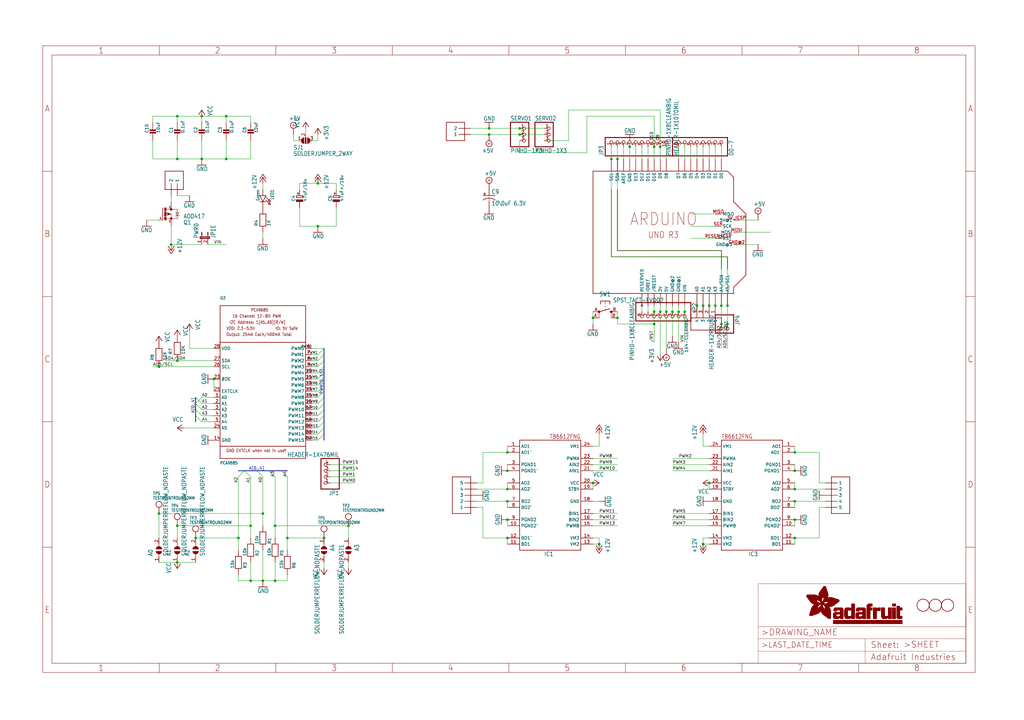
<source format=kicad_sch>
(kicad_sch (version 20211123) (generator eeschema)
  (paper "User" 425.45 299.161)
  (lib_symbols
    (symbol "eagleSchem-eagle-import:+12V" (power)
      (property "Value" "+12V" (at -2.54 -5.08 90))
      (symbol "+12V_1_0"
        (pin power_in line (at 0 -2.54 90) (length 2.54) (name "+12V") (number "1"))
      )
    )
    (symbol "eagleSchem-eagle-import:+3V3" (power)
      (property "Value" "+3V3" (at -2.54 -5.08 90))
      (symbol "+3V3_1_0"
        (pin power_in line (at 0 -2.54 90) (length 2.54) (name "+3V3") (number "1"))
      )
    )
    (symbol "eagleSchem-eagle-import:+5V" (power)
      (property "Value" "+5V" (at -1.905 3.175 0))
      (symbol "+5V_1_0"
        (pin power_in line (at 0 -2.54 90) (length 2.54) (name "+5V") (number "1"))
      )
    )
    (symbol "eagleSchem-eagle-import:1X2-3.5MM"
      (symbol "1X2-3.5MM_1_0"
        (pin passive line (at -5.08 2.54 0) (length 5.08) (name "1") (number "1"))
        (pin passive line (at -5.08 0 0) (length 5.08) (name "2") (number "2"))
      )
    )
    (symbol "eagleSchem-eagle-import:1X4-CLEANBIG"
      (property "Reference" "CN" (at 5.08 7.62 0))
      (property "Value" "1X4-CLEANBIG" (at 0 -10.16 0))
      (symbol "1X4-CLEANBIG_1_0"
        (pin bidirectional line (at -5.08 2.54 0) (length 5.08) (name "1") (number "1"))
        (pin bidirectional line (at -5.08 0 0) (length 5.08) (name "2") (number "2"))
        (pin bidirectional line (at -5.08 -2.54 0) (length 5.08) (name "3") (number "3"))
        (pin bidirectional line (at -5.08 -5.08 0) (length 5.08) (name "4") (number "4"))
      )
    )
    (symbol "eagleSchem-eagle-import:1X5"
      (symbol "1X5_1_0"
        (pin passive line (at -7.62 5.08 0) (length 5.08) (name "1") (number "1"))
        (pin passive line (at -7.62 2.54 0) (length 5.08) (name "2") (number "2"))
        (pin passive line (at -7.62 0 0) (length 5.08) (name "3") (number "3"))
        (pin passive line (at -7.62 -2.54 0) (length 5.08) (name "4") (number "4"))
        (pin passive line (at -7.62 -5.08 0) (length 5.08) (name "5") (number "5"))
      )
    )
    (symbol "eagleSchem-eagle-import:ARDUINO_R3_ICSP"
      (symbol "ARDUINO_R3_ICSP_1_0"
        (text "ARDUINO" (at 15.24 27.94 0) (effects (font (size 5.08 4.318)) (justify left bottom)))
        (text "UNO R3" (at 22.86 22.86 0) (effects (font (size 2.54 2.159)) (justify left bottom)))
        (pin power_in line (at 27.94 -5.08 90) (length 5.08) (name "3V") (number "3V"))
        (pin power_in line (at 30.48 -5.08 90) (length 5.08) (name "5V") (number "5V"))
        (pin passive line (at 60.96 30.48 180) (length 2.54) (name "5V@1") (number "5V_ICSP"))
        (pin bidirectional line (at 43.18 -5.08 90) (length 5.08) (name "A0") (number "A0"))
        (pin bidirectional line (at 45.72 -5.08 90) (length 5.08) (name "A1") (number "A1"))
        (pin bidirectional line (at 48.26 -5.08 90) (length 5.08) (name "A2") (number "A2"))
        (pin bidirectional line (at 50.8 -5.08 90) (length 5.08) (name "A3") (number "A3"))
        (pin bidirectional line (at 53.34 -5.08 90) (length 5.08) (name "A4/SDA") (number "A4"))
        (pin bidirectional line (at 55.88 -5.08 90) (length 5.08) (name "A5/SCL") (number "A5"))
        (pin bidirectional line (at 12.7 55.88 270) (length 5.08) (name "AREF") (number "AREF"))
        (pin bidirectional line (at 53.34 55.88 270) (length 5.08) (name "D0") (number "D0"))
        (pin bidirectional line (at 50.8 55.88 270) (length 5.08) (name "D1") (number "D1"))
        (pin bidirectional line (at 25.4 55.88 270) (length 5.08) (name "D10") (number "D10"))
        (pin bidirectional line (at 22.86 55.88 270) (length 5.08) (name "D11") (number "D11"))
        (pin bidirectional line (at 20.32 55.88 270) (length 5.08) (name "D12") (number "D12"))
        (pin bidirectional line (at 17.78 55.88 270) (length 5.08) (name "D13") (number "D13"))
        (pin bidirectional line (at 48.26 55.88 270) (length 5.08) (name "D2") (number "D2"))
        (pin bidirectional line (at 45.72 55.88 270) (length 5.08) (name "D3") (number "D3"))
        (pin bidirectional line (at 43.18 55.88 270) (length 5.08) (name "D4") (number "D4"))
        (pin bidirectional line (at 40.64 55.88 270) (length 5.08) (name "D5") (number "D5"))
        (pin bidirectional line (at 38.1 55.88 270) (length 5.08) (name "D6") (number "D6"))
        (pin bidirectional line (at 35.56 55.88 270) (length 5.08) (name "D7") (number "D7"))
        (pin bidirectional line (at 30.48 55.88 270) (length 5.08) (name "D8") (number "D8"))
        (pin bidirectional line (at 27.94 55.88 270) (length 5.08) (name "D9") (number "D9"))
        (pin power_in line (at 15.24 55.88 270) (length 5.08) (name "GND") (number "GND"))
        (pin power_in line (at 33.02 -5.08 90) (length 5.08) (name "GND@2") (number "GND@1"))
        (pin passive line (at 60.96 20.32 180) (length 2.54) (name "GND@3") (number "GND@2"))
        (pin power_in line (at 35.56 -5.08 90) (length 5.08) (name "GND@1") (number "GND@3"))
        (pin output line (at 22.86 -5.08 90) (length 5.08) (name "IOREF") (number "IOREF"))
        (pin passive line (at 50.8 33.02 0) (length 2.54) (name "MISO") (number "MISO"))
        (pin passive line (at 60.96 25.4 180) (length 2.54) (name "MOSI") (number "MOSI"))
        (pin no_connect line (at 20.32 -5.08 90) (length 5.08) (name "RESERVED") (number "RESERVED"))
        (pin bidirectional line (at 25.4 -5.08 90) (length 5.08) (name "/RESET") (number "RESET"))
        (pin passive line (at 50.8 22.86 0) (length 2.54) (name "RST") (number "RESET_ICSP"))
        (pin passive line (at 50.8 27.94 0) (length 2.54) (name "SCK") (number "SCK"))
        (pin bidirectional line (at 7.62 55.88 270) (length 5.08) (name "SCL") (number "SCL"))
        (pin bidirectional line (at 10.16 55.88 270) (length 5.08) (name "SDA") (number "SDA"))
        (pin power_in line (at 38.1 -5.08 90) (length 5.08) (name "VIN") (number "VIN"))
      )
    )
    (symbol "eagleSchem-eagle-import:CAP_CERAMIC0805-NOOUTLINE"
      (property "Reference" "C" (at -1.79 0.54 90))
      (property "Value" "CAP_CERAMIC0805-NOOUTLINE" (at 3 0.54 90))
      (symbol "CAP_CERAMIC0805-NOOUTLINE_1_0"
        (pin passive line (at 0 5.08 270) (length 2.54) (name "1") (number "1"))
        (pin passive line (at 0 -2.54 90) (length 2.54) (name "2") (number "2"))
      )
    )
    (symbol "eagleSchem-eagle-import:CAP_ELECTROLYTICPANASONIC_C"
      (property "Reference" "C" (at -1.79 0.04 90))
      (property "Value" "CAP_ELECTROLYTICPANASONIC_C" (at 3 0.04 90))
      (symbol "CAP_ELECTROLYTICPANASONIC_C_1_0"
        (pin passive line (at 0 5.08 270) (length 2.54) (name "+") (number "+"))
        (pin passive line (at 0 -2.54 90) (length 2.54) (name "-") (number "-"))
      )
    )
    (symbol "eagleSchem-eagle-import:CPOL-USC"
      (property "Reference" "C" (at 1.016 0.635 0))
      (property "Value" "CPOL-USC" (at 1.016 -4.191 0))
      (symbol "CPOL-USC_1_0"
        (pin passive line (at 0 2.54 270) (length 2.54) (name "+") (number "+"))
        (pin passive line (at 0 -5.08 90) (length 2.54) (name "-") (number "-"))
      )
    )
    (symbol "eagleSchem-eagle-import:FIDUCIAL")
    (symbol "eagleSchem-eagle-import:FRAME_A3_ADAFRUIT"
      (symbol "FRAME_A3_ADAFRUIT_0_0"
        (text "1" (at 24.2094 1.905 0) (effects (font (size 2.54 2.286))))
        (text "1" (at 24.2094 258.445 0) (effects (font (size 2.54 2.286))))
        (text "2" (at 72.6281 1.905 0) (effects (font (size 2.54 2.286))))
        (text "2" (at 72.6281 258.445 0) (effects (font (size 2.54 2.286))))
        (text "3" (at 121.0469 1.905 0) (effects (font (size 2.54 2.286))))
        (text "3" (at 121.0469 258.445 0) (effects (font (size 2.54 2.286))))
        (text "4" (at 169.4656 1.905 0) (effects (font (size 2.54 2.286))))
        (text "4" (at 169.4656 258.445 0) (effects (font (size 2.54 2.286))))
        (text "5" (at 217.8844 1.905 0) (effects (font (size 2.54 2.286))))
        (text "5" (at 217.8844 258.445 0) (effects (font (size 2.54 2.286))))
        (text "6" (at 266.3031 1.905 0) (effects (font (size 2.54 2.286))))
        (text "6" (at 266.3031 258.445 0) (effects (font (size 2.54 2.286))))
        (text "7" (at 314.7219 1.905 0) (effects (font (size 2.54 2.286))))
        (text "7" (at 314.7219 258.445 0) (effects (font (size 2.54 2.286))))
        (text "8" (at 363.1406 1.905 0) (effects (font (size 2.54 2.286))))
        (text "8" (at 363.1406 258.445 0) (effects (font (size 2.54 2.286))))
        (text "A" (at 1.905 234.315 0) (effects (font (size 2.54 2.286))))
        (text "A" (at 385.445 234.315 0) (effects (font (size 2.54 2.286))))
        (text "B" (at 1.905 182.245 0) (effects (font (size 2.54 2.286))))
        (text "B" (at 385.445 182.245 0) (effects (font (size 2.54 2.286))))
        (text "C" (at 1.905 130.175 0) (effects (font (size 2.54 2.286))))
        (text "C" (at 385.445 130.175 0) (effects (font (size 2.54 2.286))))
        (text "D" (at 1.905 78.105 0) (effects (font (size 2.54 2.286))))
        (text "D" (at 385.445 78.105 0) (effects (font (size 2.54 2.286))))
        (text "E" (at 1.905 26.035 0) (effects (font (size 2.54 2.286))))
        (text "E" (at 385.445 26.035 0) (effects (font (size 2.54 2.286))))
      )
      (symbol "FRAME_A3_ADAFRUIT_1_0"
        (text ">DRAWING_NAME" (at 298.45 15.24 0) (effects (font (size 2.54 2.54)) (justify left bottom)))
        (text ">LAST_DATE_TIME" (at 298.45 10.16 0) (effects (font (size 2.286 2.286)) (justify left bottom)))
        (text ">SHEET" (at 357.505 10.16 0) (effects (font (size 2.54 2.54)) (justify left bottom)))
        (text "Adafruit Industries" (at 343.916 4.953 0) (effects (font (size 2.54 2.54)) (justify left bottom)))
        (text "Sheet:" (at 343.916 10.033 0) (effects (font (size 2.54 2.54)) (justify left bottom)))
      )
    )
    (symbol "eagleSchem-eagle-import:GND" (power)
      (property "Value" "GND" (at -2.54 -2.54 0))
      (symbol "GND_1_0"
        (pin power_in line (at 0 2.54 270) (length 2.54) (name "GND") (number "1"))
      )
    )
    (symbol "eagleSchem-eagle-import:HEADER-1X1070MIL"
      (property "Reference" "JP" (at -6.35 13.335 0))
      (property "Value" "HEADER-1X1070MIL" (at -6.35 -17.78 0))
      (symbol "HEADER-1X1070MIL_1_0"
        (pin passive inverted (at -2.54 10.16 0) (length 2.54) (name "1") (number "1"))
        (pin passive inverted (at -2.54 -12.7 0) (length 2.54) (name "10") (number "10"))
        (pin passive inverted (at -2.54 7.62 0) (length 2.54) (name "2") (number "2"))
        (pin passive inverted (at -2.54 5.08 0) (length 2.54) (name "3") (number "3"))
        (pin passive inverted (at -2.54 2.54 0) (length 2.54) (name "4") (number "4"))
        (pin passive inverted (at -2.54 0 0) (length 2.54) (name "5") (number "5"))
        (pin passive inverted (at -2.54 -2.54 0) (length 2.54) (name "6") (number "6"))
        (pin passive inverted (at -2.54 -5.08 0) (length 2.54) (name "7") (number "7"))
        (pin passive inverted (at -2.54 -7.62 0) (length 2.54) (name "8") (number "8"))
        (pin passive inverted (at -2.54 -10.16 0) (length 2.54) (name "9") (number "9"))
      )
    )
    (symbol "eagleSchem-eagle-import:HEADER-1X2ROUND"
      (property "Reference" "JP" (at -6.35 5.715 0))
      (property "Value" "HEADER-1X2ROUND" (at -6.35 -5.08 0))
      (symbol "HEADER-1X2ROUND_1_0"
        (pin passive inverted (at -2.54 2.54 0) (length 2.54) (name "1") (number "1"))
        (pin passive inverted (at -2.54 0 0) (length 2.54) (name "2") (number "2"))
      )
    )
    (symbol "eagleSchem-eagle-import:HEADER-1X476MIL"
      (property "Reference" "JP" (at -6.35 8.255 0))
      (property "Value" "HEADER-1X476MIL" (at -6.35 -7.62 0))
      (symbol "HEADER-1X476MIL_1_0"
        (pin passive inverted (at -2.54 5.08 0) (length 2.54) (name "1") (number "1"))
        (pin passive inverted (at -2.54 2.54 0) (length 2.54) (name "2") (number "2"))
        (pin passive inverted (at -2.54 0 0) (length 2.54) (name "3") (number "3"))
        (pin passive inverted (at -2.54 -2.54 0) (length 2.54) (name "4") (number "4"))
      )
    )
    (symbol "eagleSchem-eagle-import:IRF?5305R"
      (property "Reference" "Q" (at 7.62 2.54 0))
      (property "Value" "IRF?5305R" (at 7.62 0 0))
      (symbol "IRF?5305R_1_0"
        (text "D" (at 1.524 -3.302 0) (effects (font (size 0.8128 0.6908)) (justify left bottom)))
        (text "G" (at -2.286 1.27 0) (effects (font (size 0.8128 0.6908)) (justify left bottom)))
        (text "S" (at 1.524 2.54 0) (effects (font (size 0.8128 0.6908)) (justify left bottom)))
        (pin passive line (at -2.54 2.54 0) (length 0) (name "G") (number "1"))
        (pin passive line (at 2.54 5.08 270) (length 2.54) (name "S") (number "3"))
        (pin passive line (at 2.54 -5.08 90) (length 2.54) (name "D") (number "4"))
      )
    )
    (symbol "eagleSchem-eagle-import:JP1E"
      (property "Reference" "JP" (at -1.27 0 90))
      (property "Value" "JP1E" (at 5.715 0 90))
      (symbol "JP1E_1_0"
        (pin passive line (at 0 -2.54 90) (length 2.54) (name "1") (number "1"))
        (pin passive line (at 2.54 -2.54 90) (length 2.54) (name "2") (number "2"))
      )
    )
    (symbol "eagleSchem-eagle-import:LED0805_NOOUTLINE"
      (property "Reference" "LED" (at -5.08 3.175 0))
      (property "Value" "LED0805_NOOUTLINE" (at -5.08 -2.794 0))
      (symbol "LED0805_NOOUTLINE_1_0"
        (pin passive line (at -5.08 0 0) (length 2.54) (name "A") (number "A"))
        (pin passive line (at 2.54 0 180) (length 2.54) (name "C") (number "C"))
      )
    )
    (symbol "eagleSchem-eagle-import:PCA9685"
      (property "Reference" "U" (at -17.78 35.56 0))
      (property "Value" "PCA9685" (at -17.78 -33.02 0))
      (symbol "PCA9685_1_0"
        (text "16 Channel 12-Bit PWM" (at -12.7 27.94 0) (effects (font (size 1.27 1.0795)) (justify left bottom)))
        (text "GND EXTCLK when not in use!" (at -15.24 -27.94 0) (effects (font (size 1.27 1.0795)) (justify left bottom)))
        (text "I2C Address: 1[A5..A0][R/W]" (at -13.97 25.4 0) (effects (font (size 1.27 1.0795)) (justify left bottom)))
        (text "IO: 5V Safe" (at 5.08 22.86 0) (effects (font (size 1.27 1.0795)) (justify left bottom)))
        (text "Output: 25mA Each/400mA Total" (at -15.24 20.32 0) (effects (font (size 1.27 1.0795)) (justify left bottom)))
        (text "PCA9685" (at -5.08 30.48 0) (effects (font (size 1.27 1.0795)) (justify left bottom)))
        (text "VDD: 2.3-5.5V" (at -15.24 22.86 0) (effects (font (size 1.27 1.0795)) (justify left bottom)))
        (pin bidirectional line (at -20.32 -5.08 0) (length 2.54) (name "A0") (number "1"))
        (pin output line (at 20.32 5.08 180) (length 2.54) (name "PWM4") (number "10"))
        (pin output line (at 20.32 2.54 180) (length 2.54) (name "PWM5") (number "11"))
        (pin output line (at 20.32 0 180) (length 2.54) (name "PWM6") (number "12"))
        (pin output line (at 20.32 -2.54 180) (length 2.54) (name "PWM7") (number "13"))
        (pin power_in line (at -20.32 -22.86 0) (length 2.54) (name "GND") (number "14"))
        (pin output line (at 20.32 -5.08 180) (length 2.54) (name "PWM8") (number "15"))
        (pin output line (at 20.32 -7.62 180) (length 2.54) (name "PWM9") (number "16"))
        (pin output line (at 20.32 -10.16 180) (length 2.54) (name "PWM10") (number "17"))
        (pin output line (at 20.32 -12.7 180) (length 2.54) (name "PWM11") (number "18"))
        (pin output line (at 20.32 -15.24 180) (length 2.54) (name "PWM12") (number "19"))
        (pin bidirectional line (at -20.32 -7.62 0) (length 2.54) (name "A1") (number "2"))
        (pin output line (at 20.32 -17.78 180) (length 2.54) (name "PWM13") (number "20"))
        (pin output line (at 20.32 -20.32 180) (length 2.54) (name "PWM14") (number "21"))
        (pin output line (at 20.32 -22.86 180) (length 2.54) (name "PWM15") (number "22"))
        (pin input line (at -20.32 2.54 0) (length 2.54) (name "#OE") (number "23"))
        (pin bidirectional line (at -20.32 -17.78 0) (length 2.54) (name "A5") (number "24"))
        (pin input line (at -20.32 -2.54 0) (length 2.54) (name "EXTCLK") (number "25"))
        (pin bidirectional line (at -20.32 7.62 0) (length 2.54) (name "SCL") (number "26"))
        (pin bidirectional line (at -20.32 10.16 0) (length 2.54) (name "SDA") (number "27"))
        (pin power_in line (at -20.32 15.24 0) (length 2.54) (name "VDD") (number "28"))
        (pin bidirectional line (at -20.32 -10.16 0) (length 2.54) (name "A2") (number "3"))
        (pin bidirectional line (at -20.32 -12.7 0) (length 2.54) (name "A3") (number "4"))
        (pin bidirectional line (at -20.32 -15.24 0) (length 2.54) (name "A4") (number "5"))
        (pin output line (at 20.32 15.24 180) (length 2.54) (name "PWM0") (number "6"))
        (pin output line (at 20.32 12.7 180) (length 2.54) (name "PWM1") (number "7"))
        (pin output line (at 20.32 10.16 180) (length 2.54) (name "PWM2") (number "8"))
        (pin output line (at 20.32 7.62 180) (length 2.54) (name "PWM3") (number "9"))
      )
    )
    (symbol "eagleSchem-eagle-import:PINHD-1X3"
      (property "Reference" "JP" (at -6.35 5.715 0))
      (property "Value" "PINHD-1X3" (at -6.35 -7.62 0))
      (symbol "PINHD-1X3_1_0"
        (pin passive inverted (at -2.54 2.54 0) (length 2.54) (name "1") (number "1"))
        (pin passive inverted (at -2.54 0 0) (length 2.54) (name "2") (number "2"))
        (pin passive inverted (at -2.54 -2.54 0) (length 2.54) (name "3") (number "3"))
      )
    )
    (symbol "eagleSchem-eagle-import:PINHD-1X8CLEANBIG"
      (property "Reference" "JP" (at -6.35 10.795 0))
      (property "Value" "PINHD-1X8CLEANBIG" (at -6.35 -15.24 0))
      (symbol "PINHD-1X8CLEANBIG_1_0"
        (pin passive inverted (at -2.54 7.62 0) (length 2.54) (name "1") (number "1"))
        (pin passive inverted (at -2.54 5.08 0) (length 2.54) (name "2") (number "2"))
        (pin passive inverted (at -2.54 2.54 0) (length 2.54) (name "3") (number "3"))
        (pin passive inverted (at -2.54 0 0) (length 2.54) (name "4") (number "4"))
        (pin passive inverted (at -2.54 -2.54 0) (length 2.54) (name "5") (number "5"))
        (pin passive inverted (at -2.54 -5.08 0) (length 2.54) (name "6") (number "6"))
        (pin passive inverted (at -2.54 -7.62 0) (length 2.54) (name "7") (number "7"))
        (pin passive inverted (at -2.54 -10.16 0) (length 2.54) (name "8") (number "8"))
      )
    )
    (symbol "eagleSchem-eagle-import:RESISTOR0805_NOOUTLINE"
      (property "Reference" "R" (at -2.54 2.032 0))
      (property "Value" "RESISTOR0805_NOOUTLINE" (at -2.54 -3.175 0))
      (symbol "RESISTOR0805_NOOUTLINE_1_0"
        (pin passive line (at -5.08 0 0) (length 2.54) (name "1") (number "1"))
        (pin passive line (at 5.08 0 180) (length 2.54) (name "2") (number "2"))
      )
    )
    (symbol "eagleSchem-eagle-import:SOLDERJUMPERREFLOW_NOPASTE"
      (property "Reference" "SJ" (at -2.54 2.54 0))
      (property "Value" "SOLDERJUMPERREFLOW_NOPASTE" (at -2.54 -3.81 0))
      (symbol "SOLDERJUMPERREFLOW_NOPASTE_1_0"
        (pin passive line (at -5.08 0 0) (length 2.54) (name "1") (number "1"))
        (pin passive line (at 5.08 0 180) (length 2.54) (name "2") (number "2"))
      )
    )
    (symbol "eagleSchem-eagle-import:SOLDERJUMPER_2WAY"
      (property "Reference" "SJ" (at -5.08 -3.81 0))
      (property "Value" "SOLDERJUMPER_2WAY" (at -5.08 -6.35 0))
      (symbol "SOLDERJUMPER_2WAY_1_0"
        (pin passive line (at -2.54 0 0) (length 0) (name "1") (number "1"))
        (pin passive line (at 0 2.54 270) (length 0) (name "2") (number "2"))
        (pin passive line (at 2.54 0 180) (length 0) (name "3") (number "3"))
      )
    )
    (symbol "eagleSchem-eagle-import:SPST_TACT-EVQQ2"
      (property "Reference" "SW" (at -6.35 -2.54 90))
      (property "Value" "SPST_TACT-EVQQ2" (at -3.81 3.175 90))
      (symbol "SPST_TACT-EVQQ2_1_0"
        (pin passive line (at 0 -5.08 90) (length 2.54) (name "P") (number "A"))
        (pin passive line (at 2.54 -5.08 90) (length 2.54) (name "P1") (number "A'"))
        (pin passive line (at 0 5.08 270) (length 2.54) (name "S") (number "B"))
        (pin passive line (at 2.54 5.08 270) (length 2.54) (name "S1") (number "B'"))
      )
    )
    (symbol "eagleSchem-eagle-import:TB6612FNG"
      (property "Reference" "IC" (at -2.54 -25.4 0))
      (symbol "TB6612FNG_1_0"
        (text "TB6612FNG" (at 12.7 25.4 0) (effects (font (size 1.778 1.5113)) (justify right top)))
        (pin output line (at -17.78 20.32 0) (length 5.08) (name "AO1") (number "1"))
        (pin power_in line (at -17.78 -12.7 0) (length 5.08) (name "PGND2'") (number "10"))
        (pin output line (at -17.78 -20.32 0) (length 5.08) (name "BO1") (number "11"))
        (pin output line (at -17.78 -17.78 0) (length 5.08) (name "BO1'") (number "12"))
        (pin power_in line (at 17.78 -20.32 180) (length 5.08) (name "VM2") (number "13"))
        (pin power_in line (at 17.78 -17.78 180) (length 5.08) (name "VM3") (number "14"))
        (pin input line (at 17.78 -12.7 180) (length 5.08) (name "PWMB") (number "15"))
        (pin input line (at 17.78 -10.16 180) (length 5.08) (name "BIN2") (number "16"))
        (pin input line (at 17.78 -7.62 180) (length 5.08) (name "BIN1") (number "17"))
        (pin power_in line (at 17.78 -2.54 180) (length 5.08) (name "GND") (number "18"))
        (pin input line (at 17.78 2.54 180) (length 5.08) (name "STBY") (number "19"))
        (pin output line (at -17.78 17.78 0) (length 5.08) (name "AO1'") (number "2"))
        (pin power_in line (at 17.78 5.08 180) (length 5.08) (name "VCC") (number "20"))
        (pin input line (at 17.78 10.16 180) (length 5.08) (name "AIN1") (number "21"))
        (pin input line (at 17.78 12.7 180) (length 5.08) (name "AIN2") (number "22"))
        (pin input line (at 17.78 15.24 180) (length 5.08) (name "PWMA") (number "23"))
        (pin power_in line (at 17.78 20.32 180) (length 5.08) (name "VM1") (number "24"))
        (pin power_in line (at -17.78 12.7 0) (length 5.08) (name "PGND1") (number "3"))
        (pin power_in line (at -17.78 10.16 0) (length 5.08) (name "PGND1'") (number "4"))
        (pin output line (at -17.78 5.08 0) (length 5.08) (name "AO2") (number "5"))
        (pin output line (at -17.78 2.54 0) (length 5.08) (name "AO2'") (number "6"))
        (pin output line (at -17.78 -2.54 0) (length 5.08) (name "BO2") (number "7"))
        (pin output line (at -17.78 -5.08 0) (length 5.08) (name "BO2'") (number "8"))
        (pin power_in line (at -17.78 -10.16 0) (length 5.08) (name "PGND2") (number "9"))
      )
    )
    (symbol "eagleSchem-eagle-import:TESTPOINTROUND2MM"
      (property "Reference" "TP" (at -2.54 7.62 0))
      (property "Value" "TESTPOINTROUND2MM" (at -2.54 5.715 0))
      (symbol "TESTPOINTROUND2MM_1_0"
        (pin bidirectional line (at 0 0 90) (length 2.54) (name "P$1") (number "P$1"))
      )
    )
    (symbol "eagleSchem-eagle-import:VCC" (power)
      (property "Value" "VCC" (at -2.54 -2.54 90))
      (symbol "VCC_1_0"
        (pin power_in line (at 0 -2.54 90) (length 2.54) (name "VCC") (number "1"))
      )
    )
  )
  (junction (at 93.98 48.26))
  (junction (at 144.78 218.44))
  (junction (at 271.78 134.62))
  (junction (at 330.2 223.52))
  (junction (at 297.18 127))
  (junction (at 274.32 60.96))
  (junction (at 330.2 203.2))
  (junction (at 279.4 129.54))
  (junction (at 271.78 129.54))
  (junction (at 299.72 134.62))
  (junction (at 210.82 215.9))
  (junction (at 104.14 241.3))
  (junction (at 294.64 127))
  (junction (at 132.08 93.98))
  (junction (at 261.62 60.96))
  (junction (at 73.66 218.44))
  (junction (at 302.26 127))
  (junction (at 302.26 134.62))
  (junction (at 292.1 226.06))
  (junction (at 81.28 223.52))
  (junction (at 330.2 215.9))
  (junction (at 274.32 129.54))
  (junction (at 294.64 200.66))
  (junction (at 114.3 218.44))
  (junction (at 289.56 127))
  (junction (at 109.22 213.36))
  (junction (at 284.48 129.54))
  (junction (at 71.12 101.6))
  (junction (at 132.08 76.2))
  (junction (at 203.2 55.88))
  (junction (at 248.92 226.06))
  (junction (at 210.82 223.52))
  (junction (at 276.86 129.54))
  (junction (at 292.1 127))
  (junction (at 271.78 60.96))
  (junction (at 73.66 233.68))
  (junction (at 254 66.04))
  (junction (at 330.2 195.58))
  (junction (at 210.82 203.2))
  (junction (at 203.2 53.34))
  (junction (at 256.54 66.04))
  (junction (at 210.82 187.96))
  (junction (at 66.04 213.36))
  (junction (at 93.98 66.04))
  (junction (at 330.2 208.28))
  (junction (at 83.82 66.04))
  (junction (at 134.62 223.52))
  (junction (at 88.9 157.48))
  (junction (at 299.72 127))
  (junction (at 83.82 48.26))
  (junction (at 66.04 152.4))
  (junction (at 104.14 218.44))
  (junction (at 215.9 53.34))
  (junction (at 99.06 223.52))
  (junction (at 246.38 132.08))
  (junction (at 119.38 223.52))
  (junction (at 109.22 241.3))
  (junction (at 114.3 241.3))
  (junction (at 210.82 208.28))
  (junction (at 215.9 55.88))
  (junction (at 330.2 187.96))
  (junction (at 256.54 132.08))
  (junction (at 73.66 48.26))
  (junction (at 246.38 200.66))
  (junction (at 210.82 195.58))
  (junction (at 281.94 129.54))
  (junction (at 73.66 66.04))
  (junction (at 73.66 149.86))
  (bus_entry (at 99.06 198.12) (size 2.54 -2.54))
  (bus_entry (at 132.08 182.88) (size 2.54 -2.54))
  (bus_entry (at 132.08 157.48) (size 2.54 -2.54))
  (bus_entry (at 132.08 149.86) (size 2.54 -2.54))
  (bus_entry (at 83.82 175.26) (size -2.54 -2.54))
  (bus_entry (at 83.82 165.1) (size -2.54 2.54))
  (bus_entry (at 119.38 198.12) (size -2.54 -2.54))
  (bus_entry (at 132.08 177.8) (size 2.54 -2.54))
  (bus_entry (at 132.08 167.64) (size 2.54 -2.54))
  (bus_entry (at 104.14 198.12) (size -2.54 -2.54))
  (bus_entry (at 83.82 170.18) (size -2.54 -2.54))
  (bus_entry (at 132.08 147.32) (size 2.54 -2.54))
  (bus_entry (at 132.08 154.94) (size 2.54 -2.54))
  (bus_entry (at 132.08 162.56) (size 2.54 -2.54))
  (bus_entry (at 114.3 198.12) (size -2.54 -2.54))
  (bus_entry (at 109.22 198.12) (size -2.54 -2.54))
  (bus_entry (at 83.82 167.64) (size -2.54 -2.54))
  (bus_entry (at 132.08 172.72) (size 2.54 -2.54))
  (bus_entry (at 83.82 172.72) (size -2.54 -2.54))
  (bus_entry (at 132.08 180.34) (size 2.54 -2.54))
  (bus_entry (at 132.08 160.02) (size 2.54 -2.54))
  (bus_entry (at 132.08 165.1) (size 2.54 -2.54))
  (bus_entry (at 132.08 170.18) (size 2.54 -2.54))
  (bus_entry (at 132.08 152.4) (size 2.54 -2.54))
  (bus_entry (at 132.08 175.26) (size 2.54 -2.54))
  (wire (pts (xy 99.06 228.6) (xy 99.06 223.52)))
  (wire (pts (xy 294.64 213.36) (xy 279.4 213.36)))
  (wire (pts (xy 129.54 180.34) (xy 132.08 180.34)))
  (wire (pts (xy 297.18 129.54) (xy 297.18 127)))
  (wire (pts (xy 269.24 129.54) (xy 269.24 127)))
  (wire (pts (xy 215.9 53.34) (xy 203.2 53.34)))
  (wire (pts (xy 124.46 58.42) (xy 121.92 58.42)))
  (wire (pts (xy 215.9 58.42) (xy 215.9 63.5)))
  (wire (pts (xy 284.48 60.96) (xy 284.48 66.04)))
  (wire (pts (xy 266.7 60.96) (xy 266.7 66.04)))
  (wire (pts (xy 294.64 223.52) (xy 292.1 223.52)))
  (wire (pts (xy 200.66 200.66) (xy 200.66 187.96)))
  (wire (pts (xy 88.9 149.86) (xy 73.66 149.86)))
  (wire (pts (xy 139.7 76.2) (xy 139.7 78.74)))
  (wire (pts (xy 340.36 187.96) (xy 340.36 200.66)))
  (wire (pts (xy 330.2 187.96) (xy 340.36 187.96)))
  (wire (pts (xy 129.54 58.42) (xy 132.08 58.42)))
  (wire (pts (xy 83.82 167.64) (xy 88.9 167.64)))
  (wire (pts (xy 93.98 66.04) (xy 104.14 66.04)))
  (wire (pts (xy 63.5 50.8) (xy 63.5 48.26)))
  (wire (pts (xy 104.14 66.04) (xy 104.14 58.42)))
  (wire (pts (xy 330.2 223.52) (xy 340.36 223.52)))
  (wire (pts (xy 104.14 218.44) (xy 104.14 198.12)))
  (wire (pts (xy 292.1 129.54) (xy 292.1 127)))
  (wire (pts (xy 269.24 60.96) (xy 269.24 66.04)))
  (wire (pts (xy 104.14 223.52) (xy 104.14 218.44)))
  (wire (pts (xy 76.2 177.8) (xy 88.9 177.8)))
  (wire (pts (xy 210.82 193.04) (xy 210.82 195.58)))
  (wire (pts (xy 129.54 167.64) (xy 132.08 167.64)))
  (bus (pts (xy 106.68 195.58) (xy 111.76 195.58)))
  (wire (pts (xy 83.82 170.18) (xy 88.9 170.18)))
  (wire (pts (xy 71.12 83.82) (xy 71.12 81.28)))
  (wire (pts (xy 198.12 203.2) (xy 210.82 203.2)))
  (wire (pts (xy 297.18 88.9) (xy 287.02 88.9)))
  (wire (pts (xy 83.82 48.26) (xy 73.66 48.26)))
  (wire (pts (xy 104.14 241.3) (xy 99.06 241.3)))
  (wire (pts (xy 129.54 170.18) (xy 132.08 170.18)))
  (wire (pts (xy 299.72 104.14) (xy 256.54 104.14)))
  (wire (pts (xy 302.26 127) (xy 302.26 134.62)))
  (wire (pts (xy 88.9 162.56) (xy 88.9 157.48)))
  (wire (pts (xy 261.62 60.96) (xy 261.62 66.04)))
  (wire (pts (xy 71.12 93.98) (xy 71.12 101.6)))
  (wire (pts (xy 210.82 185.42) (xy 210.82 187.96)))
  (wire (pts (xy 129.54 154.94) (xy 132.08 154.94)))
  (bus (pts (xy 81.28 170.18) (xy 81.28 172.72)))
  (wire (pts (xy 119.38 228.6) (xy 119.38 223.52)))
  (wire (pts (xy 195.58 55.88) (xy 203.2 55.88)))
  (bus (pts (xy 134.62 147.32) (xy 134.62 149.86)))
  (wire (pts (xy 254 106.68) (xy 302.26 106.68)))
  (wire (pts (xy 203.2 55.88) (xy 215.9 55.88)))
  (wire (pts (xy 124.46 93.98) (xy 132.08 93.98)))
  (wire (pts (xy 210.82 223.52) (xy 210.82 226.06)))
  (wire (pts (xy 246.38 129.54) (xy 246.38 132.08)))
  (wire (pts (xy 289.56 129.54) (xy 289.56 127)))
  (wire (pts (xy 129.54 182.88) (xy 132.08 182.88)))
  (wire (pts (xy 292.1 185.42) (xy 292.1 180.34)))
  (wire (pts (xy 259.08 60.96) (xy 259.08 66.04)))
  (wire (pts (xy 129.54 160.02) (xy 132.08 160.02)))
  (bus (pts (xy 81.28 172.72) (xy 81.28 175.26)))
  (wire (pts (xy 256.54 60.96) (xy 256.54 66.04)))
  (wire (pts (xy 294.64 200.66) (xy 294.64 203.2)))
  (wire (pts (xy 114.3 241.3) (xy 119.38 241.3)))
  (wire (pts (xy 99.06 223.52) (xy 99.06 198.12)))
  (wire (pts (xy 129.54 177.8) (xy 132.08 177.8)))
  (wire (pts (xy 271.78 134.62) (xy 271.78 142.24)))
  (wire (pts (xy 246.38 218.44) (xy 256.54 218.44)))
  (wire (pts (xy 119.38 223.52) (xy 134.62 223.52)))
  (wire (pts (xy 276.86 144.78) (xy 276.86 129.54)))
  (wire (pts (xy 264.16 60.96) (xy 264.16 66.04)))
  (wire (pts (xy 340.36 200.66) (xy 342.9 200.66)))
  (wire (pts (xy 236.22 45.72) (xy 236.22 58.42)))
  (wire (pts (xy 246.38 203.2) (xy 246.38 200.66)))
  (wire (pts (xy 81.28 223.52) (xy 99.06 223.52)))
  (wire (pts (xy 271.78 129.54) (xy 271.78 127)))
  (wire (pts (xy 73.66 81.28) (xy 78.74 81.28)))
  (wire (pts (xy 129.54 162.56) (xy 132.08 162.56)))
  (wire (pts (xy 248.92 208.28) (xy 246.38 208.28)))
  (wire (pts (xy 132.08 58.42) (xy 132.08 55.88)))
  (wire (pts (xy 200.66 210.82) (xy 200.66 223.52)))
  (wire (pts (xy 314.96 101.6) (xy 307.34 101.6)))
  (wire (pts (xy 114.3 218.44) (xy 114.3 198.12)))
  (wire (pts (xy 73.66 66.04) (xy 83.82 66.04)))
  (wire (pts (xy 330.2 226.06) (xy 330.2 223.52)))
  (wire (pts (xy 109.22 96.52) (xy 109.22 99.06)))
  (wire (pts (xy 294.64 60.96) (xy 294.64 66.04)))
  (wire (pts (xy 210.82 200.66) (xy 210.82 203.2)))
  (wire (pts (xy 274.32 60.96) (xy 274.32 45.72)))
  (wire (pts (xy 294.64 129.54) (xy 294.64 127)))
  (wire (pts (xy 88.9 152.4) (xy 66.04 152.4)))
  (wire (pts (xy 299.72 134.62) (xy 299.72 144.78)))
  (wire (pts (xy 279.4 139.7) (xy 279.4 129.54)))
  (wire (pts (xy 256.54 104.14) (xy 256.54 66.04)))
  (wire (pts (xy 129.54 149.86) (xy 132.08 149.86)))
  (wire (pts (xy 109.22 241.3) (xy 104.14 241.3)))
  (wire (pts (xy 73.66 58.42) (xy 73.66 66.04)))
  (wire (pts (xy 200.66 187.96) (xy 210.82 187.96)))
  (wire (pts (xy 271.78 48.26) (xy 271.78 60.96)))
  (bus (pts (xy 111.76 195.58) (xy 116.84 195.58)))
  (wire (pts (xy 246.38 195.58) (xy 256.54 195.58)))
  (wire (pts (xy 93.98 50.8) (xy 93.98 48.26)))
  (wire (pts (xy 248.92 226.06) (xy 246.38 226.06)))
  (wire (pts (xy 299.72 127) (xy 299.72 134.62)))
  (wire (pts (xy 248.92 223.52) (xy 248.92 226.06)))
  (wire (pts (xy 83.82 172.72) (xy 88.9 172.72)))
  (wire (pts (xy 144.78 236.22) (xy 144.78 233.68)))
  (bus (pts (xy 134.62 152.4) (xy 134.62 154.94)))
  (wire (pts (xy 246.38 215.9) (xy 256.54 215.9)))
  (wire (pts (xy 236.22 58.42) (xy 226.06 58.42)))
  (wire (pts (xy 330.2 187.96) (xy 330.2 185.42)))
  (bus (pts (xy 99.06 195.58) (xy 101.6 195.58)))
  (wire (pts (xy 81.28 233.68) (xy 73.66 233.68)))
  (wire (pts (xy 109.22 213.36) (xy 66.04 213.36)))
  (wire (pts (xy 129.54 144.78) (xy 134.62 144.78)))
  (wire (pts (xy 256.54 129.54) (xy 256.54 132.08)))
  (wire (pts (xy 281.94 142.24) (xy 281.94 129.54)))
  (wire (pts (xy 302.26 106.68) (xy 302.26 127)))
  (wire (pts (xy 330.2 208.28) (xy 342.9 208.28)))
  (wire (pts (xy 292.1 226.06) (xy 294.64 226.06)))
  (wire (pts (xy 83.82 66.04) (xy 93.98 66.04)))
  (wire (pts (xy 129.54 157.48) (xy 132.08 157.48)))
  (wire (pts (xy 71.12 101.6) (xy 83.82 101.6)))
  (bus (pts (xy 101.6 195.58) (xy 106.68 195.58)))
  (wire (pts (xy 109.22 78.74) (xy 109.22 76.2)))
  (wire (pts (xy 330.2 200.66) (xy 330.2 203.2)))
  (wire (pts (xy 63.5 66.04) (xy 63.5 58.42)))
  (wire (pts (xy 284.48 129.54) (xy 284.48 127)))
  (wire (pts (xy 137.16 200.66) (xy 147.32 200.66)))
  (wire (pts (xy 137.16 195.58) (xy 147.32 195.58)))
  (wire (pts (xy 99.06 238.76) (xy 99.06 241.3)))
  (wire (pts (xy 129.54 152.4) (xy 132.08 152.4)))
  (bus (pts (xy 134.62 160.02) (xy 134.62 162.56)))
  (wire (pts (xy 294.64 193.04) (xy 279.4 193.04)))
  (wire (pts (xy 83.82 165.1) (xy 88.9 165.1)))
  (bus (pts (xy 134.62 180.34) (xy 134.62 182.88)))
  (wire (pts (xy 109.22 213.36) (xy 109.22 198.12)))
  (bus (pts (xy 134.62 154.94) (xy 134.62 157.48)))
  (wire (pts (xy 127 53.34) (xy 127 55.88)))
  (wire (pts (xy 274.32 60.96) (xy 274.32 66.04)))
  (wire (pts (xy 246.38 190.5) (xy 256.54 190.5)))
  (bus (pts (xy 134.62 157.48) (xy 134.62 160.02)))
  (wire (pts (xy 292.1 223.52) (xy 292.1 226.06)))
  (wire (pts (xy 279.4 129.54) (xy 279.4 127)))
  (wire (pts (xy 124.46 76.2) (xy 124.46 78.74)))
  (wire (pts (xy 340.36 223.52) (xy 340.36 210.82)))
  (wire (pts (xy 129.54 172.72) (xy 132.08 172.72)))
  (wire (pts (xy 254 60.96) (xy 254 66.04)))
  (wire (pts (xy 246.38 223.52) (xy 248.92 223.52)))
  (wire (pts (xy 121.92 58.42) (xy 121.92 55.88)))
  (bus (pts (xy 134.62 165.1) (xy 134.62 167.64)))
  (wire (pts (xy 137.16 193.04) (xy 147.32 193.04)))
  (wire (pts (xy 73.66 48.26) (xy 73.66 50.8)))
  (wire (pts (xy 243.84 63.5) (xy 243.84 48.26)))
  (wire (pts (xy 256.54 132.08) (xy 256.54 134.62)))
  (wire (pts (xy 109.22 241.3) (xy 114.3 241.3)))
  (wire (pts (xy 114.3 223.52) (xy 114.3 218.44)))
  (wire (pts (xy 210.82 208.28) (xy 210.82 210.82)))
  (wire (pts (xy 248.92 185.42) (xy 248.92 180.34)))
  (wire (pts (xy 109.22 218.44) (xy 109.22 213.36)))
  (wire (pts (xy 274.32 129.54) (xy 274.32 127)))
  (wire (pts (xy 83.82 175.26) (xy 88.9 175.26)))
  (wire (pts (xy 73.66 66.04) (xy 63.5 66.04)))
  (wire (pts (xy 281.94 129.54) (xy 281.94 127)))
  (bus (pts (xy 134.62 149.86) (xy 134.62 152.4)))
  (wire (pts (xy 83.82 66.04) (xy 83.82 58.42)))
  (wire (pts (xy 307.34 96.52) (xy 320.04 96.52)))
  (wire (pts (xy 198.12 208.28) (xy 210.82 208.28)))
  (wire (pts (xy 299.72 60.96) (xy 299.72 66.04)))
  (wire (pts (xy 294.64 190.5) (xy 279.4 190.5)))
  (wire (pts (xy 294.64 215.9) (xy 279.4 215.9)))
  (wire (pts (xy 129.54 147.32) (xy 132.08 147.32)))
  (wire (pts (xy 73.66 149.86) (xy 68.58 149.86)))
  (wire (pts (xy 297.18 60.96) (xy 297.18 66.04)))
  (wire (pts (xy 297.18 99.06) (xy 287.02 99.06)))
  (wire (pts (xy 294.64 185.42) (xy 292.1 185.42)))
  (wire (pts (xy 271.78 129.54) (xy 271.78 134.62)))
  (wire (pts (xy 63.5 48.26) (xy 73.66 48.26)))
  (wire (pts (xy 129.54 175.26) (xy 132.08 175.26)))
  (wire (pts (xy 294.64 218.44) (xy 279.4 218.44)))
  (wire (pts (xy 139.7 93.98) (xy 139.7 86.36)))
  (wire (pts (xy 243.84 48.26) (xy 271.78 48.26)))
  (bus (pts (xy 134.62 172.72) (xy 134.62 175.26)))
  (bus (pts (xy 134.62 177.8) (xy 134.62 180.34)))
  (wire (pts (xy 256.54 134.62) (xy 271.78 134.62)))
  (wire (pts (xy 60.96 91.44) (xy 66.04 91.44)))
  (wire (pts (xy 86.36 101.6) (xy 93.98 101.6)))
  (bus (pts (xy 116.84 195.58) (xy 119.38 195.58)))
  (wire (pts (xy 274.32 45.72) (xy 236.22 45.72)))
  (wire (pts (xy 73.66 223.52) (xy 73.66 218.44)))
  (wire (pts (xy 274.32 147.32) (xy 274.32 129.54)))
  (wire (pts (xy 66.04 152.4) (xy 63.5 152.4)))
  (wire (pts (xy 78.74 137.16) (xy 78.74 144.78)))
  (wire (pts (xy 132.08 76.2) (xy 124.46 76.2)))
  (wire (pts (xy 302.26 134.62) (xy 302.26 144.78)))
  (wire (pts (xy 132.08 76.2) (xy 139.7 76.2)))
  (wire (pts (xy 134.62 233.68) (xy 134.62 236.22)))
  (wire (pts (xy 144.78 223.52) (xy 144.78 218.44)))
  (wire (pts (xy 93.98 66.04) (xy 93.98 58.42)))
  (wire (pts (xy 330.2 208.28) (xy 330.2 210.82)))
  (wire (pts (xy 340.36 210.82) (xy 342.9 210.82)))
  (wire (pts (xy 294.64 195.58) (xy 279.4 195.58)))
  (wire (pts (xy 124.46 86.36) (xy 124.46 93.98)))
  (wire (pts (xy 246.38 193.04) (xy 256.54 193.04)))
  (wire (pts (xy 104.14 48.26) (xy 104.14 50.8)))
  (wire (pts (xy 289.56 60.96) (xy 289.56 66.04)))
  (wire (pts (xy 104.14 218.44) (xy 73.66 218.44)))
  (wire (pts (xy 330.2 215.9) (xy 330.2 218.44)))
  (wire (pts (xy 66.04 223.52) (xy 66.04 213.36)))
  (wire (pts (xy 254 66.04) (xy 254 106.68)))
  (bus (pts (xy 134.62 170.18) (xy 134.62 172.72)))
  (wire (pts (xy 276.86 60.96) (xy 276.86 66.04)))
  (wire (pts (xy 330.2 193.04) (xy 330.2 195.58)))
  (wire (pts (xy 292.1 60.96) (xy 292.1 66.04)))
  (wire (pts (xy 93.98 48.26) (xy 83.82 48.26)))
  (wire (pts (xy 104.14 233.68) (xy 104.14 241.3)))
  (wire (pts (xy 330.2 203.2) (xy 342.9 203.2)))
  (wire (pts (xy 114.3 233.68) (xy 114.3 241.3)))
  (bus (pts (xy 81.28 165.1) (xy 81.28 167.64)))
  (wire (pts (xy 297.18 93.98) (xy 287.02 93.98)))
  (bus (pts (xy 134.62 175.26) (xy 134.62 177.8)))
  (wire (pts (xy 246.38 185.42) (xy 248.92 185.42)))
  (wire (pts (xy 261.62 58.42) (xy 261.62 60.96)))
  (wire (pts (xy 226.06 55.88) (xy 215.9 55.88)))
  (wire (pts (xy 299.72 127) (xy 299.72 104.14)))
  (wire (pts (xy 114.3 218.44) (xy 144.78 218.44)))
  (wire (pts (xy 246.38 213.36) (xy 256.54 213.36)))
  (wire (pts (xy 109.22 228.6) (xy 109.22 241.3)))
  (wire (pts (xy 78.74 144.78) (xy 88.9 144.78)))
  (wire (pts (xy 314.96 91.44) (xy 307.34 91.44)))
  (bus (pts (xy 134.62 144.78) (xy 134.62 147.32)))
  (wire (pts (xy 271.78 60.96) (xy 271.78 66.04)))
  (wire (pts (xy 195.58 53.34) (xy 203.2 53.34)))
  (wire (pts (xy 210.82 215.9) (xy 210.82 218.44)))
  (wire (pts (xy 137.16 198.12) (xy 147.32 198.12)))
  (wire (pts (xy 104.14 48.26) (xy 93.98 48.26)))
  (wire (pts (xy 129.54 165.1) (xy 132.08 165.1)))
  (wire (pts (xy 276.86 129.54) (xy 276.86 127)))
  (wire (pts (xy 215.9 63.5) (xy 243.84 63.5)))
  (wire (pts (xy 198.12 200.66) (xy 200.66 200.66)))
  (wire (pts (xy 83.82 48.26) (xy 83.82 50.8)))
  (wire (pts (xy 246.38 132.08) (xy 246.38 134.62)))
  (wire (pts (xy 284.48 129.54) (xy 284.48 142.24)))
  (wire (pts (xy 119.38 241.3) (xy 119.38 238.76)))
  (wire (pts (xy 287.02 60.96) (xy 287.02 66.04)))
  (wire (pts (xy 198.12 210.82) (xy 200.66 210.82)))
  (bus (pts (xy 134.62 167.64) (xy 134.62 170.18)))
  (wire (pts (xy 215.9 53.34) (xy 226.06 53.34)))
  (wire (pts (xy 132.08 93.98) (xy 139.7 93.98)))
  (wire (pts (xy 281.94 60.96) (xy 281.94 66.04)))
  (wire (pts (xy 73.66 233.68) (xy 66.04 233.68)))
  (wire (pts (xy 266.7 129.54) (xy 266.7 127)))
  (wire (pts (xy 200.66 223.52) (xy 210.82 223.52)))
  (bus (pts (xy 134.62 162.56) (xy 134.62 165.1)))
  (bus (pts (xy 81.28 167.64) (xy 81.28 170.18)))
  (wire (pts (xy 119.38 223.52) (xy 119.38 198.12)))
  (label "A[0..4]" (at 81.28 165.1 270) (effects (font (size 1.2446 1.2446))))
  (label "PWM9" (at 132.08 167.64 180) (effects (font (size 1.016 1.016))))
  (label "PWM12" (at 248.92 215.9 0) (effects (font (size 1.2446 1.2446))))
  (label "PWM6" (at 279.4 215.9 0) (effects (font (size 1.2446 1.2446))))
  (label "VIN" (at 88.9 101.6 0) (effects (font (size 1.2446 1.2446))))
  (label "PWM14" (at 142.24 195.58 0) (effects (font (size 1.2446 1.2446))))
  (label "A1" (at 83.82 167.64 0) (effects (font (size 1.2446 1.2446))))
  (label "A3" (at 83.82 172.72 0) (effects (font (size 1.2446 1.2446))))
  (label "PWM13" (at 248.92 218.44 0) (effects (font (size 1.2446 1.2446))))
  (label "PWM10" (at 132.08 170.18 180) (effects (font (size 1.016 1.016))))
  (label "D9" (at 274.32 58.42 90) (effects (font (size 1.2446 1.2446))))
  (label "PWM3" (at 279.4 193.04 0) (effects (font (size 1.2446 1.2446))))
  (label "A0" (at 83.82 165.1 0) (effects (font (size 1.2446 1.2446))))
  (label "/RST" (at 271.78 142.24 90) (effects (font (size 1.2446 1.2446))))
  (label "PWM11" (at 248.92 213.36 0) (effects (font (size 1.2446 1.2446))))
  (label "AD4/SDA" (at 68.58 149.86 0) (effects (font (size 1.2446 1.2446))))
  (label "PWM15" (at 142.24 193.04 0) (effects (font (size 1.2446 1.2446))))
  (label "AD5/SCL" (at 63.5 152.4 0) (effects (font (size 1.2446 1.2446))))
  (label "A0" (at 109.22 198.12 270) (effects (font (size 1.2446 1.2446))))
  (label "A4" (at 119.38 198.12 90) (effects (font (size 1.2446 1.2446))))
  (label "A2" (at 99.06 198.12 270) (effects (font (size 1.2446 1.2446))))
  (label "PWM13" (at 132.08 177.8 180) (effects (font (size 1.016 1.016))))
  (label "PWM0" (at 142.24 200.66 0) (effects (font (size 1.2446 1.2446))))
  (label "PWM8" (at 132.08 165.1 180) (effects (font (size 1.016 1.016))))
  (label "PWM1" (at 132.08 147.32 180) (effects (font (size 1.016 1.016))))
  (label "PWM12" (at 132.08 175.26 180) (effects (font (size 1.016 1.016))))
  (label "PWM1" (at 142.24 198.12 0) (effects (font (size 1.2446 1.2446))))
  (label "PWM0" (at 129.54 144.78 180) (effects (font (size 1.016 1.016))))
  (label "PWM15" (at 132.08 182.88 180) (effects (font (size 1.016 1.016))))
  (label "PWM3" (at 132.08 152.4 180) (effects (font (size 1.016 1.016))))
  (label "VIN" (at 284.48 142.24 90) (effects (font (size 1.2446 1.2446))))
  (label "PWM10" (at 248.92 195.58 0) (effects (font (size 1.2446 1.2446))))
  (label "PWM9" (at 248.92 193.04 0) (effects (font (size 1.2446 1.2446))))
  (label "PWM5" (at 132.08 157.48 180) (effects (font (size 1.016 1.016))))
  (label "A3" (at 114.3 198.12 90) (effects (font (size 1.2446 1.2446))))
  (label "PWM6" (at 132.08 160.02 180) (effects (font (size 1.016 1.016))))
  (label "PWM5" (at 279.4 213.36 0) (effects (font (size 1.2446 1.2446))))
  (label "PWM8" (at 248.92 190.5 0) (effects (font (size 1.2446 1.2446))))
  (label "AD4/SDA" (at 299.72 144.78 90) (effects (font (size 1.2446 1.2446))))
  (label "PWM14" (at 132.08 180.34 180) (effects (font (size 1.016 1.016))))
  (label "PWM[0..15]" (at 134.62 163.83 90) (effects (font (size 1.2446 1.2446))))
  (label "PWM4" (at 132.08 154.94 180) (effects (font (size 1.016 1.016))))
  (label "PWM2" (at 281.94 190.5 0) (effects (font (size 1.2446 1.2446))))
  (label "PWM7" (at 279.4 218.44 0) (effects (font (size 1.2446 1.2446))))
  (label "A1" (at 104.14 198.12 270) (effects (font (size 1.2446 1.2446))))
  (label "PWM7" (at 132.08 162.56 180) (effects (font (size 1.016 1.016))))
  (label "AD5/SCL" (at 302.26 144.78 90) (effects (font (size 1.2446 1.2446))))
  (label "A[0..4]" (at 109.855 195.58 180) (effects (font (size 1.2446 1.2446))))
  (label "D10" (at 271.78 58.42 90) (effects (font (size 1.2446 1.2446))))
  (label "A2" (at 83.82 170.18 0) (effects (font (size 1.2446 1.2446))))
  (label "PWM2" (at 132.08 149.86 180) (effects (font (size 1.016 1.016))))
  (label "/RST" (at 297.18 99.06 0) (effects (font (size 1.016 1.016))))
  (label "A4" (at 83.82 175.26 0) (effects (font (size 1.2446 1.2446))))
  (label "PWM4" (at 279.4 195.58 0) (effects (font (size 1.2446 1.2446))))
  (label "PWM11" (at 132.08 172.72 180) (effects (font (size 1.016 1.016))))
  (symbol (lib_id "eagleSchem-eagle-import:LED0805_NOOUTLINE") (at 109.22 83.82 270) (unit 1)
    (property "Reference" "LED1" (at 112.395 78.74 0) (effects (font (size 1.27 1.0795)) (justify left bottom)))
    (property "Value" "Green" (at 106.426 78.74 0) (effects (font (size 1.27 1.0795)) (justify left bottom)))
    (property "Footprint" "eagleSchem:CHIPLED_0805_NOOUTLINE" (effects hide))
  )
  (symbol (lib_id "eagleSchem-eagle-import:+12V") (at 71.12 104.14 180) (unit 1)
    (property "Reference" "#P+10" (effects hide))
    (property "Value" "+12V" (at 73.66 99.06 90) (effects (font (size 1.778 1.5113)) (justify left bottom)))
    (property "Footprint" "eagleSchem:" (effects hide))
  )
  (symbol (lib_id "eagleSchem-eagle-import:HEADER-1X476MIL") (at 134.62 195.58 180) (unit 1)
    (property "Reference" "JP1" (at 140.97 203.835 0) (effects (font (size 1.778 1.5113)) (justify left bottom)))
    (property "Value" "HEADER-1X476MIL" (at 140.97 187.96 0) (effects (font (size 1.778 1.5113)) (justify left bottom)))
    (property "Footprint" "eagleSchem:1X04_ROUND_76" (effects hide))
  )
  (symbol (lib_id "eagleSchem-eagle-import:CAP_CERAMIC0805-NOOUTLINE") (at 73.66 55.88 0) (unit 1)
    (property "Reference" "C1" (at 71.87 55.34 90) (effects (justify left bottom)))
    (property "Value" "0.1uF" (at 76.66 55.34 90) (effects (justify left bottom)))
    (property "Footprint" "eagleSchem:0805-NO" (effects hide))
  )
  (symbol (lib_id "eagleSchem-eagle-import:1X2-3.5MM") (at 190.5 53.34 180) (unit 1)
    (property "Reference" "SERPWR0" (effects hide))
    (property "Value" "1X2-3.5MM" (effects hide))
    (property "Footprint" "eagleSchem:1X2-3.5MM" (effects hide))
  )
  (symbol (lib_id "eagleSchem-eagle-import:GND") (at 279.4 142.24 0) (unit 1)
    (property "Reference" "#GND2" (effects hide))
    (property "Value" "GND" (at 276.86 144.78 0) (effects (font (size 1.778 1.5113)) (justify left bottom)))
    (property "Footprint" "eagleSchem:" (effects hide))
  )
  (symbol (lib_id "eagleSchem-eagle-import:FRAME_A3_ADAFRUIT") (at 17.78 279.4 0) (unit 1)
    (property "Reference" "#U$7" (effects hide))
    (property "Value" "FRAME_A3_ADAFRUIT" (effects hide))
    (property "Footprint" "eagleSchem:" (effects hide))
  )
  (symbol (lib_id "eagleSchem-eagle-import:JP1E") (at 83.82 99.06 0) (unit 1)
    (property "Reference" "PWR0" (at 82.55 99.06 90) (effects (font (size 1.778 1.5113)) (justify left bottom)))
    (property "Value" "JP1E" (at 89.535 99.06 90) (effects (font (size 1.778 1.5113)) (justify left bottom)))
    (property "Footprint" "eagleSchem:JP1" (effects hide))
  )
  (symbol (lib_id "eagleSchem-eagle-import:PINHD-1X3") (at 218.44 55.88 0) (unit 1)
    (property "Reference" "SERVO1" (at 212.09 50.165 0) (effects (font (size 1.778 1.5113)) (justify left bottom)))
    (property "Value" "PINHD-1X3" (at 212.09 63.5 0) (effects (font (size 1.778 1.5113)) (justify left bottom)))
    (property "Footprint" "eagleSchem:1X03" (effects hide))
  )
  (symbol (lib_id "eagleSchem-eagle-import:SOLDERJUMPERREFLOW_NOPASTE") (at 66.04 228.6 90) (unit 1)
    (property "Reference" "A0" (at 63.5 231.14 0) (effects (font (size 1.778 1.5113)) (justify left bottom)))
    (property "Value" "SOLDERJUMPERREFLOW_NOPASTE" (at 69.85 231.14 0) (effects (font (size 1.778 1.5113)) (justify left bottom)))
    (property "Footprint" "eagleSchem:SOLDERJUMPER_REFLOW_NOPASTE" (effects hide))
  )
  (symbol (lib_id "eagleSchem-eagle-import:CAP_CERAMIC0805-NOOUTLINE") (at 104.14 55.88 0) (unit 1)
    (property "Reference" "C6" (at 102.35 55.34 90) (effects (justify left bottom)))
    (property "Value" "10uF" (at 107.14 55.34 90) (effects (justify left bottom)))
    (property "Footprint" "eagleSchem:0805-NO" (effects hide))
  )
  (symbol (lib_id "eagleSchem-eagle-import:PINHD-1X8CLEANBIG") (at 292.1 58.42 270) (mirror x) (unit 1)
    (property "Reference" "D0-7" (at 302.895 64.77 0) (effects (font (size 1.778 1.5113)) (justify left bottom)))
    (property "Value" "PINHD-1X8CLEANBIG" (at 276.86 64.77 0) (effects (font (size 1.778 1.5113)) (justify left bottom)))
    (property "Footprint" "eagleSchem:1X08-CLEANBIG" (effects hide))
  )
  (symbol (lib_id "eagleSchem-eagle-import:GND") (at 200.66 205.74 90) (unit 1)
    (property "Reference" "#GND9" (effects hide))
    (property "Value" "GND" (at 203.2 208.28 0) (effects (font (size 1.778 1.5113)) (justify left bottom)))
    (property "Footprint" "eagleSchem:" (effects hide))
  )
  (symbol (lib_id "eagleSchem-eagle-import:GND") (at 314.96 104.14 0) (unit 1)
    (property "Reference" "#GND22" (effects hide))
    (property "Value" "GND" (at 312.42 106.68 0) (effects (font (size 1.778 1.5113)) (justify left bottom)))
    (property "Footprint" "eagleSchem:" (effects hide))
  )
  (symbol (lib_id "eagleSchem-eagle-import:FIDUCIAL") (at 388.62 251.46 0) (unit 1)
    (property "Reference" "U$4" (effects hide))
    (property "Value" "FIDUCIAL" (effects hide))
    (property "Footprint" "eagleSchem:FIDUCIAL_1MM" (effects hide))
  )
  (symbol (lib_id "eagleSchem-eagle-import:VCC") (at 292.1 200.66 90) (unit 1)
    (property "Reference" "#P+6" (effects hide))
    (property "Value" "VCC" (at 294.64 203.2 90) (effects (font (size 1.778 1.5113)) (justify left bottom)))
    (property "Footprint" "eagleSchem:" (effects hide))
  )
  (symbol (lib_id "eagleSchem-eagle-import:RESISTOR0805_NOOUTLINE") (at 99.06 233.68 270) (mirror x) (unit 1)
    (property "Reference" "R3" (at 101.092 236.22 0) (effects (justify left bottom)))
    (property "Value" "10k" (at 95.885 236.22 0) (effects (justify left bottom)))
    (property "Footprint" "eagleSchem:0805-NO" (effects hide))
  )
  (symbol (lib_id "eagleSchem-eagle-import:GND") (at 109.22 101.6 0) (unit 1)
    (property "Reference" "#GND18" (effects hide))
    (property "Value" "GND" (at 106.68 104.14 0) (effects (font (size 1.778 1.5113)) (justify left bottom)))
    (property "Footprint" "eagleSchem:" (effects hide))
  )
  (symbol (lib_id "eagleSchem-eagle-import:+5V") (at 121.92 53.34 0) (unit 1)
    (property "Reference" "#P+21" (effects hide))
    (property "Value" "+5V" (at 120.015 50.165 0) (effects (font (size 1.778 1.5113)) (justify left bottom)))
    (property "Footprint" "eagleSchem:" (effects hide))
  )
  (symbol (lib_id "eagleSchem-eagle-import:SOLDERJUMPERREFLOW_NOPASTE") (at 81.28 228.6 90) (unit 1)
    (property "Reference" "A2" (at 78.74 231.14 0) (effects (font (size 1.778 1.5113)) (justify left bottom)))
    (property "Value" "SOLDERJUMPERREFLOW_NOPASTE" (at 85.09 231.14 0) (effects (font (size 1.778 1.5113)) (justify left bottom)))
    (property "Footprint" "eagleSchem:SOLDERJUMPER_REFLOW_NOPASTE" (effects hide))
  )
  (symbol (lib_id "eagleSchem-eagle-import:VCC") (at 83.82 45.72 0) (mirror y) (unit 1)
    (property "Reference" "#P+11" (effects hide))
    (property "Value" "VCC" (at 86.36 48.26 90) (effects (font (size 1.778 1.5113)) (justify left bottom)))
    (property "Footprint" "eagleSchem:" (effects hide))
  )
  (symbol (lib_id "eagleSchem-eagle-import:IRF?5305R") (at 68.58 88.9 0) (mirror x) (unit 1)
    (property "Reference" "Q1" (at 76.2 91.44 0) (effects (font (size 1.778 1.5113)) (justify left bottom)))
    (property "Value" "AOD417" (at 76.2 88.9 0) (effects (font (size 1.778 1.5113)) (justify left bottom)))
    (property "Footprint" "eagleSchem:D-PAK_TO252AA" (effects hide))
  )
  (symbol (lib_id "eagleSchem-eagle-import:GND") (at 340.36 205.74 270) (unit 1)
    (property "Reference" "#GND8" (effects hide))
    (property "Value" "GND" (at 337.82 203.2 0) (effects (font (size 1.778 1.5113)) (justify left bottom)))
    (property "Footprint" "eagleSchem:" (effects hide))
  )
  (symbol (lib_id "eagleSchem-eagle-import:+5V") (at 203.2 58.42 180) (unit 1)
    (property "Reference" "#SUPPLY3" (effects hide))
    (property "Value" "+5V" (at 205.105 61.595 0) (effects (font (size 1.778 1.5113)) (justify left bottom)))
    (property "Footprint" "eagleSchem:" (effects hide))
  )
  (symbol (lib_id "eagleSchem-eagle-import:GND") (at 109.22 243.84 0) (mirror y) (unit 1)
    (property "Reference" "#GND24" (effects hide))
    (property "Value" "GND" (at 111.76 246.38 0) (effects (font (size 1.778 1.5113)) (justify left bottom)))
    (property "Footprint" "eagleSchem:" (effects hide))
  )
  (symbol (lib_id "eagleSchem-eagle-import:TB6612FNG") (at 312.42 205.74 0) (mirror y) (unit 1)
    (property "Reference" "IC3" (at 314.96 231.14 0) (effects (font (size 1.778 1.5113)) (justify left bottom)))
    (property "Value" "TB6612FNG" (effects hide))
    (property "Footprint" "eagleSchem:SSOP24" (effects hide))
  )
  (symbol (lib_id "eagleSchem-eagle-import:PCA9685") (at 109.22 160.02 0) (unit 1)
    (property "Reference" "U2" (at 91.44 124.46 0) (effects (font (size 1.27 1.0795)) (justify left bottom)))
    (property "Value" "PCA9685" (at 91.44 193.04 0) (effects (font (size 1.27 1.0795)) (justify left bottom)))
    (property "Footprint" "eagleSchem:TSSOP28" (effects hide))
  )
  (symbol (lib_id "eagleSchem-eagle-import:CAP_ELECTROLYTICPANASONIC_C") (at 124.46 83.82 0) (unit 1)
    (property "Reference" "C4" (at 122.67 83.78 90) (effects (justify left bottom)))
    (property "Value" "47uF/16v" (at 127.46 83.78 90) (effects (justify left bottom)))
    (property "Footprint" "eagleSchem:PANASONIC_C" (effects hide))
  )
  (symbol (lib_id "eagleSchem-eagle-import:TB6612FNG") (at 228.6 205.74 0) (unit 1)
    (property "Reference" "IC1" (at 226.06 231.14 0) (effects (font (size 1.778 1.5113)) (justify left bottom)))
    (property "Value" "TB6612FNG" (effects hide))
    (property "Footprint" "eagleSchem:SSOP24" (effects hide))
  )
  (symbol (lib_id "eagleSchem-eagle-import:+5V") (at 314.96 88.9 0) (unit 1)
    (property "Reference" "#SUPPLY4" (effects hide))
    (property "Value" "+5V" (at 313.055 85.725 0) (effects (font (size 1.778 1.5113)) (justify left bottom)))
    (property "Footprint" "eagleSchem:" (effects hide))
  )
  (symbol (lib_id "eagleSchem-eagle-import:GND") (at 332.74 215.9 90) (unit 1)
    (property "Reference" "#GND6" (effects hide))
    (property "Value" "GND" (at 335.28 218.44 0) (effects (font (size 1.778 1.5113)) (justify left bottom)))
    (property "Footprint" "eagleSchem:" (effects hide))
  )
  (symbol (lib_id "eagleSchem-eagle-import:FIDUCIAL") (at 383.54 251.46 0) (unit 1)
    (property "Reference" "U$3" (effects hide))
    (property "Value" "FIDUCIAL" (effects hide))
    (property "Footprint" "eagleSchem:FIDUCIAL_1MM" (effects hide))
  )
  (symbol (lib_id "eagleSchem-eagle-import:ARDUINO_R3_ICSP") (at 246.38 121.92 0) (unit 1)
    (property "Reference" "U$1" (effects hide))
    (property "Value" "ARDUINO_R3_ICSP" (effects hide))
    (property "Footprint" "eagleSchem:ARDUINOR3_ICSP" (effects hide))
  )
  (symbol (lib_id "eagleSchem-eagle-import:CAP_CERAMIC0805-NOOUTLINE") (at 83.82 55.88 0) (unit 1)
    (property "Reference" "C2" (at 82.03 55.34 90) (effects (justify left bottom)))
    (property "Value" "0.1uF" (at 86.82 55.34 90) (effects (justify left bottom)))
    (property "Footprint" "eagleSchem:0805-NO" (effects hide))
  )
  (symbol (lib_id "eagleSchem-eagle-import:+5V") (at 276.86 147.32 180) (unit 1)
    (property "Reference" "#SUPPLY1" (effects hide))
    (property "Value" "+5V" (at 278.765 150.495 0) (effects (font (size 1.778 1.5113)) (justify left bottom)))
    (property "Footprint" "eagleSchem:" (effects hide))
  )
  (symbol (lib_id "eagleSchem-eagle-import:TESTPOINTROUND2MM") (at 144.78 218.44 0) (unit 1)
    (property "Reference" "TP2" (at 142.24 210.82 0) (effects (font (size 1.27 1.0795)) (justify left bottom)))
    (property "Value" "TESTPOINTROUND2MM" (at 142.24 212.725 0) (effects (font (size 1.27 1.0795)) (justify left bottom)))
    (property "Footprint" "eagleSchem:TESTPOINT_ROUND_2MM" (effects hide))
  )
  (symbol (lib_id "eagleSchem-eagle-import:VCC") (at 78.74 134.62 0) (mirror y) (unit 1)
    (property "Reference" "#P+16" (effects hide))
    (property "Value" "VCC" (at 81.28 137.16 90) (effects (font (size 1.778 1.5113)) (justify left bottom)))
    (property "Footprint" "eagleSchem:" (effects hide))
  )
  (symbol (lib_id "eagleSchem-eagle-import:1X5") (at 350.52 205.74 0) (unit 1)
    (property "Reference" "J2" (effects hide))
    (property "Value" "1X5" (effects hide))
    (property "Footprint" "eagleSchem:1X05-3.5MM" (effects hide))
  )
  (symbol (lib_id "eagleSchem-eagle-import:1X5") (at 190.5 205.74 180) (unit 1)
    (property "Reference" "J1" (effects hide))
    (property "Value" "1X5" (effects hide))
    (property "Footprint" "eagleSchem:1X05-3.5MM" (effects hide))
  )
  (symbol (lib_id "eagleSchem-eagle-import:CAP_CERAMIC0805-NOOUTLINE") (at 63.5 55.88 0) (unit 1)
    (property "Reference" "C10" (at 61.71 55.34 90) (effects (justify left bottom)))
    (property "Value" "10uF" (at 66.5 55.34 90) (effects (justify left bottom)))
    (property "Footprint" "eagleSchem:0805-NO" (effects hide))
  )
  (symbol (lib_id "eagleSchem-eagle-import:GND") (at 78.74 83.82 0) (unit 1)
    (property "Reference" "#GND13" (effects hide))
    (property "Value" "GND" (at 76.2 86.36 0) (effects (font (size 1.778 1.5113)) (justify left bottom)))
    (property "Footprint" "eagleSchem:" (effects hide))
  )
  (symbol (lib_id "eagleSchem-eagle-import:SOLDERJUMPERREFLOW_NOPASTE") (at 144.78 228.6 270) (unit 1)
    (property "Reference" "A3" (at 147.32 226.06 0) (effects (font (size 1.778 1.5113)) (justify left bottom)))
    (property "Value" "SOLDERJUMPERREFLOW_NOPASTE" (at 140.97 226.06 0) (effects (font (size 1.778 1.5113)) (justify left bottom)))
    (property "Footprint" "eagleSchem:SOLDERJUMPER_REFLOW_NOPASTE" (effects hide))
  )
  (symbol (lib_id "eagleSchem-eagle-import:VCC") (at 144.78 238.76 0) (mirror x) (unit 1)
    (property "Reference" "#P+17" (effects hide))
    (property "Value" "VCC" (at 142.24 236.22 90) (effects (font (size 1.778 1.5113)) (justify left bottom)))
    (property "Footprint" "eagleSchem:" (effects hide))
  )
  (symbol (lib_id "eagleSchem-eagle-import:1X4-CLEANBIG") (at 294.64 132.08 270) (unit 1)
    (property "Reference" "CN1" (at 302.26 137.16 0) (effects (justify right top)))
    (property "Value" "1X4-CLEANBIG" (at 284.48 132.08 0) (effects (justify left bottom)))
    (property "Footprint" "eagleSchem:1X04-CLEANBIG" (effects hide))
  )
  (symbol (lib_id "eagleSchem-eagle-import:CAP_CERAMIC0805-NOOUTLINE") (at 93.98 55.88 0) (unit 1)
    (property "Reference" "C3" (at 92.19 55.34 90) (effects (justify left bottom)))
    (property "Value" "0.1uF" (at 96.98 55.34 90) (effects (justify left bottom)))
    (property "Footprint" "eagleSchem:0805-NO" (effects hide))
  )
  (symbol (lib_id "eagleSchem-eagle-import:GND") (at 86.36 157.48 270) (unit 1)
    (property "Reference" "#GND20" (effects hide))
    (property "Value" "GND" (at 83.82 154.94 0) (effects (font (size 1.778 1.5113)) (justify left bottom)))
    (property "Footprint" "eagleSchem:" (effects hide))
  )
  (symbol (lib_id "eagleSchem-eagle-import:GND") (at 132.08 96.52 0) (mirror y) (unit 1)
    (property "Reference" "#GND15" (effects hide))
    (property "Value" "GND" (at 134.62 99.06 0) (effects (font (size 1.778 1.5113)) (justify left bottom)))
    (property "Footprint" "eagleSchem:" (effects hide))
  )
  (symbol (lib_id "eagleSchem-eagle-import:GND") (at 208.28 215.9 270) (unit 1)
    (property "Reference" "#GND5" (effects hide))
    (property "Value" "GND" (at 205.74 213.36 0) (effects (font (size 1.778 1.5113)) (justify left bottom)))
    (property "Footprint" "eagleSchem:" (effects hide))
  )
  (symbol (lib_id "eagleSchem-eagle-import:+12V") (at 248.92 228.6 180) (unit 1)
    (property "Reference" "#P+2" (effects hide))
    (property "Value" "+12V" (at 251.46 223.52 90) (effects (font (size 1.778 1.5113)) (justify left bottom)))
    (property "Footprint" "eagleSchem:" (effects hide))
  )
  (symbol (lib_id "eagleSchem-eagle-import:GND") (at 261.62 55.88 180) (unit 1)
    (property "Reference" "#GND12" (effects hide))
    (property "Value" "GND" (at 264.16 53.34 0) (effects (font (size 1.778 1.5113)) (justify left bottom)))
    (property "Footprint" "eagleSchem:" (effects hide))
  )
  (symbol (lib_id "eagleSchem-eagle-import:+12V") (at 292.1 228.6 0) (mirror x) (unit 1)
    (property "Reference" "#P+4" (effects hide))
    (property "Value" "+12V" (at 289.56 223.52 90) (effects (font (size 1.778 1.5113)) (justify left bottom)))
    (property "Footprint" "eagleSchem:" (effects hide))
  )
  (symbol (lib_id "eagleSchem-eagle-import:GND") (at 203.2 88.9 0) (unit 1)
    (property "Reference" "#GND17" (effects hide))
    (property "Value" "GND" (at 200.66 91.44 0) (effects (font (size 1.778 1.5113)) (justify left bottom)))
    (property "Footprint" "eagleSchem:" (effects hide))
  )
  (symbol (lib_id "eagleSchem-eagle-import:GND") (at 60.96 93.98 0) (unit 1)
    (property "Reference" "#GND19" (effects hide))
    (property "Value" "GND" (at 58.42 96.52 0) (effects (font (size 1.778 1.5113)) (justify left bottom)))
    (property "Footprint" "eagleSchem:" (effects hide))
  )
  (symbol (lib_id "eagleSchem-eagle-import:PINHD-1X3") (at 228.6 55.88 0) (unit 1)
    (property "Reference" "SERVO2" (at 222.25 50.165 0) (effects (font (size 1.778 1.5113)) (justify left bottom)))
    (property "Value" "PINHD-1X3" (at 222.25 63.5 0) (effects (font (size 1.778 1.5113)) (justify left bottom)))
    (property "Footprint" "eagleSchem:1X03" (effects hide))
  )
  (symbol (lib_id "eagleSchem-eagle-import:VCC") (at 73.66 236.22 0) (mirror x) (unit 1)
    (property "Reference" "#P+8" (effects hide))
    (property "Value" "VCC" (at 71.12 233.68 90) (effects (font (size 1.778 1.5113)) (justify left bottom)))
    (property "Footprint" "eagleSchem:" (effects hide))
  )
  (symbol (lib_id "eagleSchem-eagle-import:SOLDERJUMPER_2WAY") (at 127 58.42 0) (unit 1)
    (property "Reference" "SJ1" (at 121.92 62.23 0) (effects (font (size 1.778 1.5113)) (justify left bottom)))
    (property "Value" "SOLDERJUMPER_2WAY" (at 121.92 64.77 0) (effects (font (size 1.778 1.5113)) (justify left bottom)))
    (property "Footprint" "eagleSchem:SOLDERJUMPER_2WAY_OPEN_NOPASTE" (effects hide))
  )
  (symbol (lib_id "eagleSchem-eagle-import:GND") (at 281.94 144.78 0) (unit 1)
    (property "Reference" "#GND11" (effects hide))
    (property "Value" "GND" (at 279.4 147.32 0) (effects (font (size 1.778 1.5113)) (justify left bottom)))
    (property "Footprint" "eagleSchem:" (effects hide))
  )
  (symbol (lib_id "eagleSchem-eagle-import:CAP_ELECTROLYTICPANASONIC_C") (at 139.7 83.82 0) (unit 1)
    (property "Reference" "C5" (at 137.91 83.78 90) (effects (justify left bottom)))
    (property "Value" "47uF+/16v" (at 142.7 83.78 90) (effects (justify left bottom)))
    (property "Footprint" "eagleSchem:PANASONIC_C" (effects hide))
  )
  (symbol (lib_id "eagleSchem-eagle-import:SOLDERJUMPERREFLOW_NOPASTE") (at 134.62 228.6 270) (unit 1)
    (property "Reference" "A4" (at 137.16 226.06 0) (effects (font (size 1.778 1.5113)) (justify left bottom)))
    (property "Value" "SOLDERJUMPERREFLOW_NOPASTE" (at 130.81 226.06 0) (effects (font (size 1.778 1.5113)) (justify left bottom)))
    (property "Footprint" "eagleSchem:SOLDERJUMPER_REFLOW_NOPASTE" (effects hide))
  )
  (symbol (lib_id "eagleSchem-eagle-import:TESTPOINTROUND2MM") (at 73.66 218.44 0) (unit 1)
    (property "Reference" "TP4" (at 71.12 210.82 0) (effects (font (size 1.27 1.0795)) (justify left bottom)))
    (property "Value" "TESTPOINTROUND2MM" (at 71.12 212.725 0) (effects (font (size 1.27 1.0795)) (justify left bottom)))
    (property "Footprint" "eagleSchem:TESTPOINT_ROUND_2MM" (effects hide))
  )
  (symbol (lib_id "eagleSchem-eagle-import:VCC") (at 66.04 139.7 0) (mirror y) (unit 1)
    (property "Reference" "#P+20" (effects hide))
    (property "Value" "VCC" (at 68.58 142.24 90) (effects (font (size 1.778 1.5113)) (justify left bottom)))
    (property "Footprint" "eagleSchem:" (effects hide))
  )
  (symbol (lib_id "eagleSchem-eagle-import:FIDUCIAL") (at 393.7 251.46 0) (unit 1)
    (property "Reference" "U$2" (effects hide))
    (property "Value" "FIDUCIAL" (effects hide))
    (property "Footprint" "eagleSchem:FIDUCIAL_1MM" (effects hide))
  )
  (symbol (lib_id "eagleSchem-eagle-import:GND") (at 208.28 195.58 270) (unit 1)
    (property "Reference" "#GND4" (effects hide))
    (property "Value" "GND" (at 205.74 193.04 0) (effects (font (size 1.778 1.5113)) (justify left bottom)))
    (property "Footprint" "eagleSchem:" (effects hide))
  )
  (symbol (lib_id "eagleSchem-eagle-import:+12V") (at 132.08 73.66 0) (mirror y) (unit 1)
    (property "Reference" "#P+12" (effects hide))
    (property "Value" "+12V" (at 134.62 78.74 90) (effects (font (size 1.778 1.5113)) (justify left bottom)))
    (property "Footprint" "eagleSchem:" (effects hide))
  )
  (symbol (lib_id "eagleSchem-eagle-import:RESISTOR0805_NOOUTLINE") (at 73.66 144.78 90) (unit 1)
    (property "Reference" "R7" (at 71.628 147.32 0) (effects (justify left bottom)))
    (property "Value" "10K" (at 76.835 147.32 0) (effects (justify left bottom)))
    (property "Footprint" "eagleSchem:0805-NO" (effects hide))
  )
  (symbol (lib_id "eagleSchem-eagle-import:HEADER-1X1070MIL") (at 264.16 58.42 90) (unit 1)
    (property "Reference" "JP3" (at 250.825 64.77 0) (effects (font (size 1.778 1.5113)) (justify left bottom)))
    (property "Value" "HEADER-1X1070MIL" (at 281.94 64.77 0) (effects (font (size 1.778 1.5113)) (justify left bottom)))
    (property "Footprint" "eagleSchem:1X10_ROUND70" (effects hide))
  )
  (symbol (lib_id "eagleSchem-eagle-import:RESISTOR0805_NOOUTLINE") (at 109.22 223.52 270) (mirror x) (unit 1)
    (property "Reference" "R1" (at 111.252 226.06 0) (effects (justify left bottom)))
    (property "Value" "10k" (at 106.045 226.06 0) (effects (justify left bottom)))
    (property "Footprint" "eagleSchem:0805-NO" (effects hide))
  )
  (symbol (lib_id "eagleSchem-eagle-import:RESISTOR0805_NOOUTLINE") (at 109.22 91.44 90) (unit 1)
    (property "Reference" "R4" (at 107.188 93.98 0) (effects (justify left bottom)))
    (property "Value" "1K" (at 112.395 93.98 0) (effects (justify left bottom)))
    (property "Footprint" "eagleSchem:0805-NO" (effects hide))
  )
  (symbol (lib_id "eagleSchem-eagle-import:+3V3") (at 274.32 149.86 0) (mirror x) (unit 1)
    (property "Reference" "#+3V1" (effects hide))
    (property "Value" "+3V3" (at 271.78 144.78 90) (effects (font (size 1.778 1.5113)) (justify left bottom)))
    (property "Footprint" "eagleSchem:" (effects hide))
  )
  (symbol (lib_id "eagleSchem-eagle-import:+12V") (at 248.92 177.8 0) (mirror y) (unit 1)
    (property "Reference" "#P+1" (effects hide))
    (property "Value" "+12V" (at 251.46 182.88 90) (effects (font (size 1.778 1.5113)) (justify left bottom)))
    (property "Footprint" "eagleSchem:" (effects hide))
  )
  (symbol (lib_id "eagleSchem-eagle-import:GND") (at 203.2 50.8 180) (unit 1)
    (property "Reference" "#GND16" (effects hide))
    (property "Value" "GND" (at 205.74 48.26 0) (effects (font (size 1.778 1.5113)) (justify left bottom)))
    (property "Footprint" "eagleSchem:" (effects hide))
  )
  (symbol (lib_id "eagleSchem-eagle-import:TESTPOINTROUND2MM") (at 66.04 213.36 0) (unit 1)
    (property "Reference" "TP5" (at 63.5 205.74 0) (effects (font (size 1.27 1.0795)) (justify left bottom)))
    (property "Value" "TESTPOINTROUND2MM" (at 63.5 207.645 0) (effects (font (size 1.27 1.0795)) (justify left bottom)))
    (property "Footprint" "eagleSchem:TESTPOINT_ROUND_2MM" (effects hide))
  )
  (symbol (lib_id "eagleSchem-eagle-import:VCC") (at 127 50.8 0) (unit 1)
    (property "Reference" "#P+9" (effects hide))
    (property "Value" "VCC" (at 124.46 53.34 90) (effects (font (size 1.778 1.5113)) (justify left bottom)))
    (property "Footprint" "eagleSchem:" (effects hide))
  )
  (symbol (lib_id "eagleSchem-eagle-import:+12V") (at 109.22 73.66 0) (unit 1)
    (property "Reference" "#P+15" (effects hide))
    (property "Value" "+12V" (at 106.68 78.74 90) (effects (font (size 1.778 1.5113)) (justify left bottom)))
    (property "Footprint" "eagleSchem:" (effects hide))
  )
  (symbol (lib_id "eagleSchem-eagle-import:GND") (at 332.74 195.58 90) (unit 1)
    (property "Reference" "#GND7" (effects hide))
    (property "Value" "GND" (at 335.28 198.12 0) (effects (font (size 1.778 1.5113)) (justify left bottom)))
    (property "Footprint" "eagleSchem:" (effects hide))
  )
  (symbol (lib_id "eagleSchem-eagle-import:GND") (at 292.1 208.28 270) (unit 1)
    (property "Reference" "#GND3" (effects hide))
    (property "Value" "GND" (at 289.56 205.74 0) (effects (font (size 1.778 1.5113)) (justify left bottom)))
    (property "Footprint" "eagleSchem:" (effects hide))
  )
  (symbol (lib_id "eagleSchem-eagle-import:TESTPOINTROUND2MM") (at 81.28 223.52 0) (unit 1)
    (property "Reference" "TP3" (at 78.74 215.9 0) (effects (font (size 1.27 1.0795)) (justify left bottom)))
    (property "Value" "TESTPOINTROUND2MM" (at 78.74 217.805 0) (effects (font (size 1.27 1.0795)) (justify left bottom)))
    (property "Footprint" "eagleSchem:TESTPOINT_ROUND_2MM" (effects hide))
  )
  (symbol (lib_id "eagleSchem-eagle-import:GND") (at 83.82 68.58 0) (mirror y) (unit 1)
    (property "Reference" "#GND14" (effects hide))
    (property "Value" "GND" (at 86.36 71.12 0) (effects (font (size 1.778 1.5113)) (justify left bottom)))
    (property "Footprint" "eagleSchem:" (effects hide))
  )
  (symbol (lib_id "eagleSchem-eagle-import:+5V") (at 203.2 76.2 0) (unit 1)
    (property "Reference" "#SUPPLY2" (effects hide))
    (property "Value" "+5V" (at 201.295 73.025 0) (effects (font (size 1.778 1.5113)) (justify left bottom)))
    (property "Footprint" "eagleSchem:" (effects hide))
  )
  (symbol (lib_id "eagleSchem-eagle-import:PINHD-1X8CLEANBIG") (at 276.86 132.08 270) (unit 1)
    (property "Reference" "JP2" (at 287.655 125.73 0) (effects (font (size 1.778 1.5113)) (justify left bottom)))
    (property "Value" "PINHD-1X8CLEANBIG" (at 261.62 125.73 0) (effects (font (size 1.778 1.5113)) (justify left bottom)))
    (property "Footprint" "eagleSchem:1X08-CLEANBIG" (effects hide))
  )
  (symbol (lib_id "eagleSchem-eagle-import:GND") (at 86.36 182.88 270) (unit 1)
    (property "Reference" "#GND21" (effects hide))
    (property "Value" "GND" (at 83.82 180.34 0) (effects (font (size 1.778 1.5113)) (justify left bottom)))
    (property "Footprint" "eagleSchem:" (effects hide))
  )
  (symbol (lib_id "eagleSchem-eagle-import:RESISTOR0805_NOOUTLINE") (at 114.3 228.6 270) (mirror x) (unit 1)
    (property "Reference" "R5" (at 116.332 231.14 0) (effects (justify left bottom)))
    (property "Value" "10k" (at 111.125 231.14 0) (effects (justify left bottom)))
    (property "Footprint" "eagleSchem:0805-NO" (effects hide))
  )
  (symbol (lib_id "eagleSchem-eagle-import:GND") (at 251.46 208.28 90) (unit 1)
    (property "Reference" "#GND1" (effects hide))
    (property "Value" "GND" (at 254 210.82 0) (effects (font (size 1.778 1.5113)) (justify left bottom)))
    (property "Footprint" "eagleSchem:" (effects hide))
  )
  (symbol (lib_id "eagleSchem-eagle-import:RESISTOR0805_NOOUTLINE") (at 66.04 147.32 90) (unit 1)
    (property "Reference" "R8" (at 64.008 149.86 0) (effects (justify left bottom)))
    (property "Value" "10K" (at 69.215 149.86 0) (effects (justify left bottom)))
    (property "Footprint" "eagleSchem:0805-NO" (effects hide))
  )
  (symbol (lib_id "eagleSchem-eagle-import:RESISTOR0805_NOOUTLINE") (at 104.14 228.6 270) (mirror x) (unit 1)
    (property "Reference" "R2" (at 106.172 231.14 0) (effects (justify left bottom)))
    (property "Value" "10k" (at 100.965 231.14 0) (effects (justify left bottom)))
    (property "Footprint" "eagleSchem:0805-NO" (effects hide))
  )
  (symbol (lib_id "eagleSchem-eagle-import:+12V") (at 292.1 177.8 0) (unit 1)
    (property "Reference" "#P+3" (effects hide))
    (property "Value" "+12V" (at 289.56 182.88 90) (effects (font (size 1.778 1.5113)) (justify left bottom)))
    (property "Footprint" "eagleSchem:" (effects hide))
  )
  (symbol (lib_id "eagleSchem-eagle-import:+3V3") (at 132.08 53.34 0) (mirror y) (unit 1)
    (property "Reference" "#+3V2" (effects hide))
    (property "Value" "+3V3" (at 134.62 58.42 90) (effects (font (size 1.778 1.5113)) (justify left bottom)))
    (property "Footprint" "eagleSchem:" (effects hide))
  )
  (symbol (lib_id "eagleSchem-eagle-import:VCC") (at 73.66 177.8 90) (mirror x) (unit 1)
    (property "Reference" "#P+7" (effects hide))
    (property "Value" "VCC" (at 76.2 175.26 90) (effects (font (size 1.778 1.5113)) (justify left bottom)))
    (property "Footprint" "eagleSchem:" (effects hide))
  )
  (symbol (lib_id "eagleSchem-eagle-import:TESTPOINTROUND2MM") (at 134.62 223.52 0) (unit 1)
    (property "Reference" "TP1" (at 132.08 215.9 0) (effects (font (size 1.27 1.0795)) (justify left bottom)))
    (property "Value" "TESTPOINTROUND2MM" (at 132.08 217.805 0) (effects (font (size 1.27 1.0795)) (justify left bottom)))
    (property "Footprint" "eagleSchem:TESTPOINT_ROUND_2MM" (effects hide))
  )
  (symbol (lib_id "eagleSchem-eagle-import:VCC") (at 73.66 137.16 0) (mirror y) (unit 1)
    (property "Reference" "#P+19" (effects hide))
    (property "Value" "VCC" (at 76.2 139.7 90) (effects (font (size 1.778 1.5113)) (justify left bottom)))
    (property "Footprint" "eagleSchem:" (effects hide))
  )
  (symbol (lib_id "eagleSchem-eagle-import:HEADER-1X2ROUND") (at 299.72 137.16 270) (unit 1)
    (property "Reference" "JP4" (at 305.435 130.81 0) (effects (font (size 1.778 1.5113)) (justify left bottom)))
    (property "Value" "HEADER-1X2ROUND" (at 294.64 130.81 0) (effects (font (size 1.778 1.5113)) (justify left bottom)))
    (property "Footprint" "eagleSchem:1X02_ROUND" (effects hide))
  )
  (symbol (lib_id "eagleSchem-eagle-import:CPOL-USC") (at 203.2 81.28 0) (unit 1)
    (property "Reference" "C9" (at 204.216 80.645 0) (effects (font (size 1.778 1.5113)) (justify left bottom)))
    (property "Value" "10\\0uF 6.3V" (at 204.216 85.471 0) (effects (font (size 1.778 1.5113)) (justify left bottom)))
    (property "Footprint" "eagleSchem:PANASONIC_C" (effects hide))
  )
  (symbol (lib_id "eagleSchem-eagle-import:VCC") (at 248.92 200.66 270) (unit 1)
    (property "Reference" "#P+5" (effects hide))
    (property "Value" "VCC" (at 246.38 198.12 90) (effects (font (size 1.778 1.5113)) (justify left bottom)))
    (property "Footprint" "eagleSchem:" (effects hide))
  )
  (symbol (lib_id "eagleSchem-eagle-import:1X2-3.5MM") (at 71.12 76.2 270) (mirror x) (unit 1)
    (property "Reference" "MPOWER0" (effects hide))
    (property "Value" "1X2-3.5MM" (effects hide))
    (property "Footprint" "eagleSchem:1X2-3.5MM" (effects hide))
  )
  (symbol (lib_id "eagleSchem-eagle-import:VCC") (at 134.62 238.76 0) (mirror x) (unit 1)
    (property "Reference" "#P+18" (effects hide))
    (property "Value" "VCC" (at 132.08 236.22 90) (effects (font (size 1.778 1.5113)) (justify left bottom)))
    (property "Footprint" "eagleSchem:" (effects hide))
  )
  (symbol (lib_id "eagleSchem-eagle-import:SOLDERJUMPERREFLOW_NOPASTE") (at 73.66 228.6 90) (unit 1)
    (property "Reference" "A1" (at 71.12 231.14 0) (effects (font (size 1.778 1.5113)) (justify left bottom)))
    (property "Value" "SOLDERJUMPERREFLOW_NOPASTE" (at 77.47 231.14 0) (effects (font (size 1.778 1.5113)) (justify left bottom)))
    (property "Footprint" "eagleSchem:SOLDERJUMPER_REFLOW_NOPASTE" (effects hide))
  )
  (symbol (lib_id "eagleSchem-eagle-import:RESISTOR0805_NOOUTLINE") (at 119.38 233.68 270) (mirror x) (unit 1)
    (property "Reference" "R6" (at 121.412 236.22 0) (effects (justify left bottom)))
    (property "Value" "10k" (at 116.205 236.22 0) (effects (justify left bottom)))
    (property "Footprint" "eagleSchem:0805-NO" (effects hide))
  )
  (symbol (lib_id "eagleSchem-eagle-import:GND") (at 246.38 137.16 0) (unit 1)
    (property "Reference" "#GND23" (effects hide))
    (property "Value" "GND" (at 243.84 139.7 0) (effects (font (size 1.778 1.5113)) (justify left bottom)))
    (property "Footprint" "eagleSchem:" (effects hide))
  )
  (symbol (lib_id "eagleSchem-eagle-import:SPST_TACT-EVQQ2") (at 251.46 129.54 270) (unit 1)
    (property "Reference" "SW1" (at 248.92 123.19 90) (effects (font (size 1.778 1.5113)) (justify left bottom)))
    (property "Value" "SPST_TACT-EVQQ2" (at 254.635 125.73 90) (effects (font (size 1.778 1.5113)) (justify left bottom)))
    (property "Footprint" "eagleSchem:EVQ-Q2" (effects hide))
  )
)
</source>
